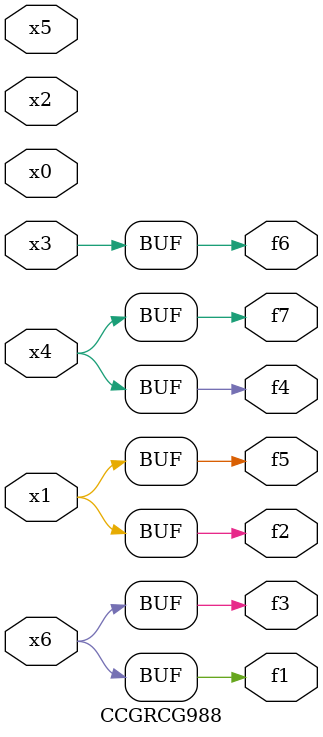
<source format=v>
module CCGRCG988(
	input x0, x1, x2, x3, x4, x5, x6,
	output f1, f2, f3, f4, f5, f6, f7
);
	assign f1 = x6;
	assign f2 = x1;
	assign f3 = x6;
	assign f4 = x4;
	assign f5 = x1;
	assign f6 = x3;
	assign f7 = x4;
endmodule

</source>
